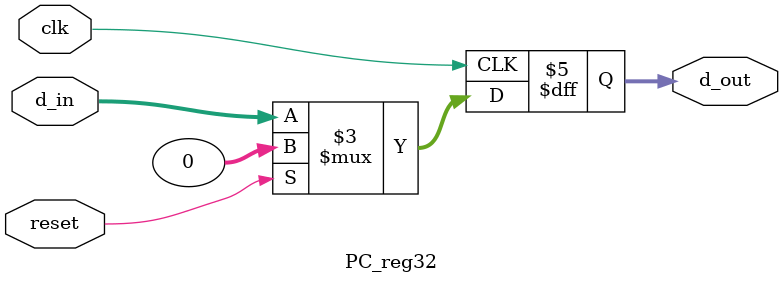
<source format=v>
module PC_reg32 (input clk, reset,
                 input     [31:0] d_in, 
                 output reg[31:0]d_out);
   
    always @(posedge clk)
    begin
        if (reset) d_out <= 0;
        else d_out <= d_in;
    end

endmodule

</source>
